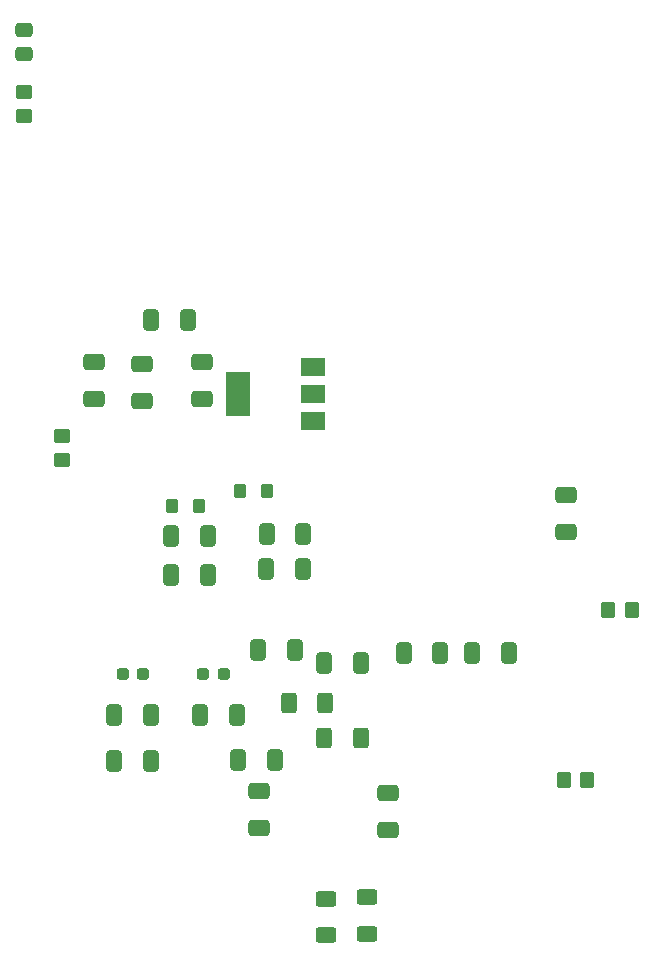
<source format=gbr>
%TF.GenerationSoftware,KiCad,Pcbnew,7.0.10*%
%TF.CreationDate,2024-04-03T14:27:20+05:30*%
%TF.ProjectId,PN532,504e3533-322e-46b6-9963-61645f706362,rev?*%
%TF.SameCoordinates,Original*%
%TF.FileFunction,Paste,Top*%
%TF.FilePolarity,Positive*%
%FSLAX46Y46*%
G04 Gerber Fmt 4.6, Leading zero omitted, Abs format (unit mm)*
G04 Created by KiCad (PCBNEW 7.0.10) date 2024-04-03 14:27:20*
%MOMM*%
%LPD*%
G01*
G04 APERTURE LIST*
G04 Aperture macros list*
%AMRoundRect*
0 Rectangle with rounded corners*
0 $1 Rounding radius*
0 $2 $3 $4 $5 $6 $7 $8 $9 X,Y pos of 4 corners*
0 Add a 4 corners polygon primitive as box body*
4,1,4,$2,$3,$4,$5,$6,$7,$8,$9,$2,$3,0*
0 Add four circle primitives for the rounded corners*
1,1,$1+$1,$2,$3*
1,1,$1+$1,$4,$5*
1,1,$1+$1,$6,$7*
1,1,$1+$1,$8,$9*
0 Add four rect primitives between the rounded corners*
20,1,$1+$1,$2,$3,$4,$5,0*
20,1,$1+$1,$4,$5,$6,$7,0*
20,1,$1+$1,$6,$7,$8,$9,0*
20,1,$1+$1,$8,$9,$2,$3,0*%
G04 Aperture macros list end*
%ADD10RoundRect,0.250000X-0.412500X-0.650000X0.412500X-0.650000X0.412500X0.650000X-0.412500X0.650000X0*%
%ADD11RoundRect,0.250000X0.650000X-0.412500X0.650000X0.412500X-0.650000X0.412500X-0.650000X-0.412500X0*%
%ADD12RoundRect,0.250000X-0.350000X-0.450000X0.350000X-0.450000X0.350000X0.450000X-0.350000X0.450000X0*%
%ADD13RoundRect,0.250000X-0.650000X0.412500X-0.650000X-0.412500X0.650000X-0.412500X0.650000X0.412500X0*%
%ADD14RoundRect,0.250000X-0.400000X-0.625000X0.400000X-0.625000X0.400000X0.625000X-0.400000X0.625000X0*%
%ADD15RoundRect,0.250000X-0.625000X0.400000X-0.625000X-0.400000X0.625000X-0.400000X0.625000X0.400000X0*%
%ADD16RoundRect,0.250000X0.275000X0.350000X-0.275000X0.350000X-0.275000X-0.350000X0.275000X-0.350000X0*%
%ADD17R,2.000000X1.500000*%
%ADD18R,2.000000X3.800000*%
%ADD19RoundRect,0.250000X-0.450000X0.350000X-0.450000X-0.350000X0.450000X-0.350000X0.450000X0.350000X0*%
%ADD20RoundRect,0.237500X-0.287500X-0.237500X0.287500X-0.237500X0.287500X0.237500X-0.287500X0.237500X0*%
%ADD21RoundRect,0.250000X0.412500X0.650000X-0.412500X0.650000X-0.412500X-0.650000X0.412500X-0.650000X0*%
%ADD22RoundRect,0.250000X0.625000X-0.400000X0.625000X0.400000X-0.625000X0.400000X-0.625000X-0.400000X0*%
%ADD23RoundRect,0.250000X0.475000X-0.337500X0.475000X0.337500X-0.475000X0.337500X-0.475000X-0.337500X0*%
G04 APERTURE END LIST*
D10*
%TO.C,C11*%
X131014500Y-97689000D03*
X134139500Y-97689000D03*
%TD*%
%TO.C,C9*%
X122952000Y-101092000D03*
X126077000Y-101092000D03*
%TD*%
D11*
%TO.C,C7*%
X130400000Y-122514000D03*
X130400000Y-119389000D03*
%TD*%
D12*
%TO.C,R5*%
X159950000Y-104100000D03*
X161950000Y-104100000D03*
%TD*%
D10*
%TO.C,C13*%
X148414500Y-107696000D03*
X151539500Y-107696000D03*
%TD*%
%TO.C,C5*%
X130977000Y-100584000D03*
X134102000Y-100584000D03*
%TD*%
D11*
%TO.C,C19*%
X125520000Y-86222500D03*
X125520000Y-83097500D03*
%TD*%
D13*
%TO.C,C8*%
X141300000Y-119589000D03*
X141300000Y-122714000D03*
%TD*%
D10*
%TO.C,C15*%
X135852000Y-108589000D03*
X138977000Y-108589000D03*
%TD*%
D13*
%TO.C,C16*%
X156330000Y-94370000D03*
X156330000Y-97495000D03*
%TD*%
D12*
%TO.C,R6*%
X156177000Y-118489000D03*
X158177000Y-118489000D03*
%TD*%
D14*
%TO.C,R2*%
X135877000Y-114889000D03*
X138977000Y-114889000D03*
%TD*%
D15*
%TO.C,R3*%
X139499200Y-128408800D03*
X139499200Y-131508800D03*
%TD*%
D16*
%TO.C,FB2*%
X131070000Y-94020000D03*
X128770000Y-94020000D03*
%TD*%
D17*
%TO.C,U1*%
X134916000Y-88082000D03*
X134916000Y-85782000D03*
D18*
X128616000Y-85782000D03*
D17*
X134916000Y-83482000D03*
%TD*%
D16*
%TO.C,FB1*%
X125327000Y-95289000D03*
X123027000Y-95289000D03*
%TD*%
D19*
%TO.C,R7*%
X113677000Y-89389000D03*
X113677000Y-91389000D03*
%TD*%
%TO.C,R60*%
X110490000Y-60230000D03*
X110490000Y-62230000D03*
%TD*%
D20*
%TO.C,L4*%
X125670000Y-109531000D03*
X127420000Y-109531000D03*
%TD*%
D21*
%TO.C,C14*%
X133388500Y-107442000D03*
X130263500Y-107442000D03*
%TD*%
D22*
%TO.C,R4*%
X136070200Y-131635800D03*
X136070200Y-128535800D03*
%TD*%
D10*
%TO.C,C3*%
X118117000Y-112960000D03*
X121242000Y-112960000D03*
%TD*%
D20*
%TO.C,L3*%
X118840000Y-109531000D03*
X120590000Y-109531000D03*
%TD*%
D21*
%TO.C,C12*%
X145739500Y-107696000D03*
X142614500Y-107696000D03*
%TD*%
D10*
%TO.C,C2*%
X128603300Y-116800000D03*
X131728300Y-116800000D03*
%TD*%
D23*
%TO.C,LED*%
X110490000Y-57047500D03*
X110490000Y-54972500D03*
%TD*%
D14*
%TO.C,R1*%
X132877000Y-111989000D03*
X135977000Y-111989000D03*
%TD*%
D11*
%TO.C,C17*%
X116377000Y-86214000D03*
X116377000Y-83089000D03*
%TD*%
D21*
%TO.C,C18*%
X124360000Y-79500000D03*
X121235000Y-79500000D03*
%TD*%
D11*
%TO.C,C10*%
X120477000Y-86414000D03*
X120477000Y-83289000D03*
%TD*%
D21*
%TO.C,C1*%
X121239500Y-116840000D03*
X118114500Y-116840000D03*
%TD*%
D10*
%TO.C,C6*%
X122952000Y-97790000D03*
X126077000Y-97790000D03*
%TD*%
%TO.C,C4*%
X125405000Y-113008000D03*
X128530000Y-113008000D03*
%TD*%
M02*

</source>
